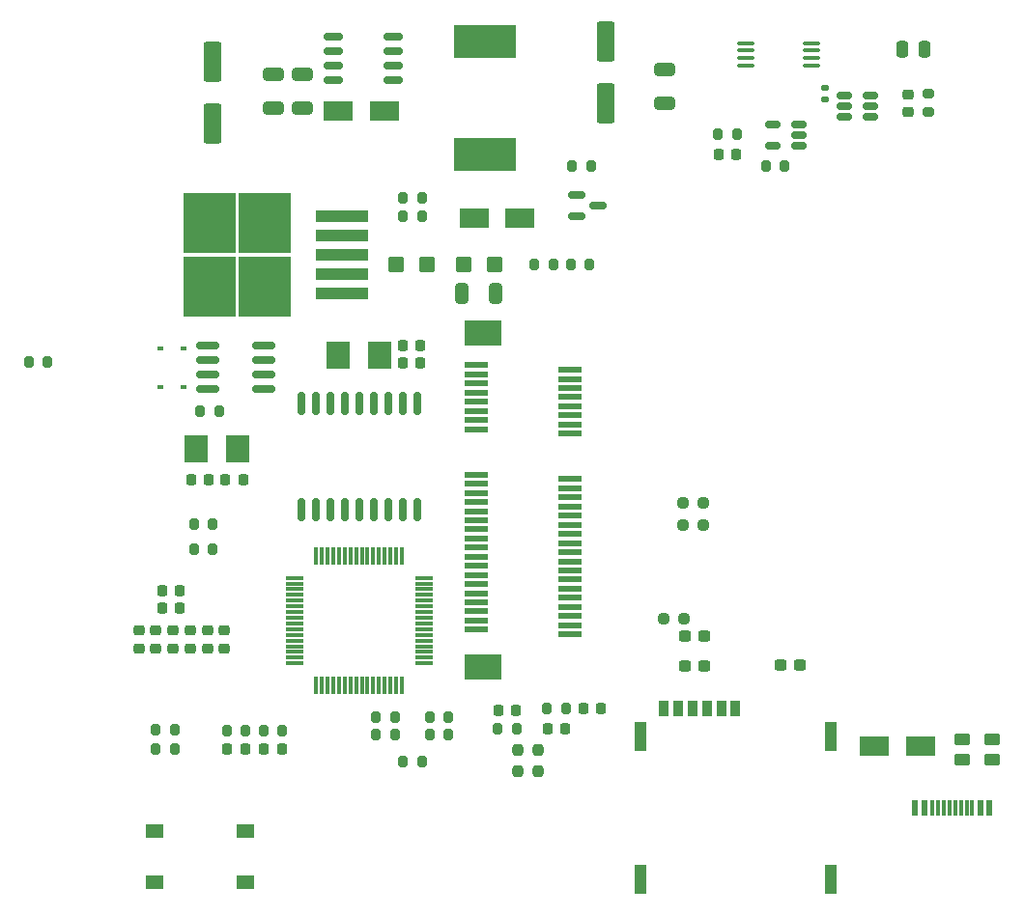
<source format=gbr>
%TF.GenerationSoftware,KiCad,Pcbnew,(6.0.6)*%
%TF.CreationDate,2022-09-23T20:04:06+09:00*%
%TF.ProjectId,LTE-base-H1,4c54452d-6261-4736-952d-48312e6b6963,rev?*%
%TF.SameCoordinates,Original*%
%TF.FileFunction,Paste,Top*%
%TF.FilePolarity,Positive*%
%FSLAX46Y46*%
G04 Gerber Fmt 4.6, Leading zero omitted, Abs format (unit mm)*
G04 Created by KiCad (PCBNEW (6.0.6)) date 2022-09-23 20:04:06*
%MOMM*%
%LPD*%
G01*
G04 APERTURE LIST*
G04 Aperture macros list*
%AMRoundRect*
0 Rectangle with rounded corners*
0 $1 Rounding radius*
0 $2 $3 $4 $5 $6 $7 $8 $9 X,Y pos of 4 corners*
0 Add a 4 corners polygon primitive as box body*
4,1,4,$2,$3,$4,$5,$6,$7,$8,$9,$2,$3,0*
0 Add four circle primitives for the rounded corners*
1,1,$1+$1,$2,$3*
1,1,$1+$1,$4,$5*
1,1,$1+$1,$6,$7*
1,1,$1+$1,$8,$9*
0 Add four rect primitives between the rounded corners*
20,1,$1+$1,$2,$3,$4,$5,0*
20,1,$1+$1,$4,$5,$6,$7,0*
20,1,$1+$1,$6,$7,$8,$9,0*
20,1,$1+$1,$8,$9,$2,$3,0*%
G04 Aperture macros list end*
%ADD10RoundRect,0.225000X0.225000X0.250000X-0.225000X0.250000X-0.225000X-0.250000X0.225000X-0.250000X0*%
%ADD11RoundRect,0.225000X-0.225000X-0.250000X0.225000X-0.250000X0.225000X0.250000X-0.225000X0.250000X0*%
%ADD12RoundRect,0.250000X0.550000X-1.500000X0.550000X1.500000X-0.550000X1.500000X-0.550000X-1.500000X0*%
%ADD13RoundRect,0.250000X-0.450000X-0.425000X0.450000X-0.425000X0.450000X0.425000X-0.450000X0.425000X0*%
%ADD14RoundRect,0.200000X-0.200000X-0.275000X0.200000X-0.275000X0.200000X0.275000X-0.200000X0.275000X0*%
%ADD15RoundRect,0.200000X0.200000X0.275000X-0.200000X0.275000X-0.200000X-0.275000X0.200000X-0.275000X0*%
%ADD16R,4.550000X5.250000*%
%ADD17R,4.600000X1.100000*%
%ADD18R,0.900000X1.350000*%
%ADD19R,1.100000X2.600000*%
%ADD20RoundRect,0.218750X0.218750X0.256250X-0.218750X0.256250X-0.218750X-0.256250X0.218750X-0.256250X0*%
%ADD21R,2.500000X1.800000*%
%ADD22R,0.600000X0.450000*%
%ADD23RoundRect,0.200000X0.275000X-0.200000X0.275000X0.200000X-0.275000X0.200000X-0.275000X-0.200000X0*%
%ADD24RoundRect,0.237500X-0.300000X-0.237500X0.300000X-0.237500X0.300000X0.237500X-0.300000X0.237500X0*%
%ADD25R,2.000000X2.400000*%
%ADD26RoundRect,0.237500X0.250000X0.237500X-0.250000X0.237500X-0.250000X-0.237500X0.250000X-0.237500X0*%
%ADD27RoundRect,0.150000X-0.587500X-0.150000X0.587500X-0.150000X0.587500X0.150000X-0.587500X0.150000X0*%
%ADD28RoundRect,0.250000X-0.450000X0.262500X-0.450000X-0.262500X0.450000X-0.262500X0.450000X0.262500X0*%
%ADD29RoundRect,0.250000X0.650000X-0.325000X0.650000X0.325000X-0.650000X0.325000X-0.650000X-0.325000X0*%
%ADD30RoundRect,0.225000X-0.250000X0.225000X-0.250000X-0.225000X0.250000X-0.225000X0.250000X0.225000X0*%
%ADD31R,5.400000X2.900000*%
%ADD32RoundRect,0.150000X-0.512500X-0.150000X0.512500X-0.150000X0.512500X0.150000X-0.512500X0.150000X0*%
%ADD33R,3.200000X2.300000*%
%ADD34R,2.000000X0.600000*%
%ADD35RoundRect,0.135000X0.185000X-0.135000X0.185000X0.135000X-0.185000X0.135000X-0.185000X-0.135000X0*%
%ADD36RoundRect,0.237500X-0.237500X0.250000X-0.237500X-0.250000X0.237500X-0.250000X0.237500X0.250000X0*%
%ADD37RoundRect,0.150000X-0.150000X0.875000X-0.150000X-0.875000X0.150000X-0.875000X0.150000X0.875000X0*%
%ADD38RoundRect,0.250000X-0.250000X-0.475000X0.250000X-0.475000X0.250000X0.475000X-0.250000X0.475000X0*%
%ADD39RoundRect,0.225000X0.250000X-0.225000X0.250000X0.225000X-0.250000X0.225000X-0.250000X-0.225000X0*%
%ADD40RoundRect,0.150000X-0.675000X-0.150000X0.675000X-0.150000X0.675000X0.150000X-0.675000X0.150000X0*%
%ADD41RoundRect,0.237500X-0.250000X-0.237500X0.250000X-0.237500X0.250000X0.237500X-0.250000X0.237500X0*%
%ADD42RoundRect,0.075000X0.075000X0.700000X-0.075000X0.700000X-0.075000X-0.700000X0.075000X-0.700000X0*%
%ADD43RoundRect,0.075000X0.700000X0.075000X-0.700000X0.075000X-0.700000X-0.075000X0.700000X-0.075000X0*%
%ADD44RoundRect,0.150000X0.825000X0.150000X-0.825000X0.150000X-0.825000X-0.150000X0.825000X-0.150000X0*%
%ADD45R,0.600000X1.450000*%
%ADD46R,0.300000X1.450000*%
%ADD47RoundRect,0.250000X-0.325000X-0.650000X0.325000X-0.650000X0.325000X0.650000X-0.325000X0.650000X0*%
%ADD48R,1.550000X1.300000*%
%ADD49RoundRect,0.150000X0.512500X0.150000X-0.512500X0.150000X-0.512500X-0.150000X0.512500X-0.150000X0*%
%ADD50RoundRect,0.100000X-0.637500X-0.100000X0.637500X-0.100000X0.637500X0.100000X-0.637500X0.100000X0*%
%ADD51RoundRect,0.237500X0.237500X-0.250000X0.237500X0.250000X-0.237500X0.250000X-0.237500X-0.250000X0*%
G04 APERTURE END LIST*
D10*
%TO.C,C15*%
X117575000Y-129000000D03*
X116025000Y-129000000D03*
%TD*%
D11*
%TO.C,C10*%
X137125000Y-107500000D03*
X138675000Y-107500000D03*
%TD*%
D12*
%TO.C,C7*%
X120500000Y-86525000D03*
X120500000Y-81125000D03*
%TD*%
D13*
%TO.C,C5*%
X136550000Y-98900000D03*
X139250000Y-98900000D03*
%TD*%
D14*
%TO.C,R5*%
X104375000Y-107400000D03*
X106025000Y-107400000D03*
%TD*%
D15*
%TO.C,R6*%
X147125000Y-139550000D03*
X145475000Y-139550000D03*
%TD*%
%TO.C,R8*%
X120500000Y-123800000D03*
X118850000Y-123800000D03*
%TD*%
D16*
%TO.C,U5*%
X125050000Y-100775000D03*
X125050000Y-95225000D03*
X120200000Y-100775000D03*
X120200000Y-95225000D03*
D17*
X131775000Y-101400000D03*
X131775000Y-99700000D03*
X131775000Y-98000000D03*
X131775000Y-96300000D03*
X131775000Y-94600000D03*
%TD*%
D18*
%TO.C,U6*%
X161270000Y-137800000D03*
X163780000Y-137800000D03*
X166300000Y-137800000D03*
X160000000Y-137800000D03*
X162520000Y-137800000D03*
X165040000Y-137800000D03*
D19*
X174650000Y-140250000D03*
X158000000Y-140250000D03*
X158000000Y-152799999D03*
X174650000Y-152800000D03*
%TD*%
D20*
%TO.C,D5*%
X123337500Y-141350000D03*
X121762500Y-141350000D03*
%TD*%
D21*
%TO.C,D3*%
X135500000Y-85425000D03*
X131500000Y-85425000D03*
%TD*%
D15*
%TO.C,R31*%
X120500000Y-121600000D03*
X118850000Y-121600000D03*
%TD*%
D21*
%TO.C,D10*%
X147400000Y-94800000D03*
X143400000Y-94800000D03*
%TD*%
D15*
%TO.C,R29*%
X153625000Y-90200000D03*
X151975000Y-90200000D03*
%TD*%
%TO.C,R3*%
X138825000Y-94600000D03*
X137175000Y-94600000D03*
%TD*%
%TO.C,R7*%
X126575000Y-139750000D03*
X124925000Y-139750000D03*
%TD*%
D11*
%TO.C,C6*%
X137125000Y-106000000D03*
X138675000Y-106000000D03*
%TD*%
D22*
%TO.C,D1*%
X117950000Y-109600000D03*
X115850000Y-109600000D03*
%TD*%
D20*
%TO.C,D2*%
X126537500Y-141350000D03*
X124962500Y-141350000D03*
%TD*%
D23*
%TO.C,R26*%
X183200000Y-83875000D03*
X183200000Y-85525000D03*
%TD*%
D24*
%TO.C,C21*%
X170237500Y-134000000D03*
X171962500Y-134000000D03*
%TD*%
D25*
%TO.C,Y2*%
X131450000Y-106800000D03*
X135150000Y-106800000D03*
%TD*%
D26*
%TO.C,R13*%
X163512500Y-121700000D03*
X161687500Y-121700000D03*
%TD*%
D14*
%TO.C,R4*%
X137175000Y-93000000D03*
X138825000Y-93000000D03*
%TD*%
D27*
%TO.C,Q1*%
X154237500Y-93700000D03*
X152362500Y-94650000D03*
X152362500Y-92750000D03*
%TD*%
D28*
%TO.C,R11*%
X188800000Y-140487500D03*
X188800000Y-142312500D03*
%TD*%
%TO.C,R10*%
X186200000Y-140487500D03*
X186200000Y-142312500D03*
%TD*%
D29*
%TO.C,C9*%
X128300000Y-85175000D03*
X128300000Y-82225000D03*
%TD*%
D15*
%TO.C,R1*%
X117125000Y-141400000D03*
X115475000Y-141400000D03*
%TD*%
D30*
%TO.C,C12*%
X115500000Y-130975000D03*
X115500000Y-132525000D03*
%TD*%
D31*
%TO.C,L2*%
X144300000Y-89175000D03*
X144300000Y-79275000D03*
%TD*%
D32*
%TO.C,U9*%
X175862500Y-84050000D03*
X175862500Y-85000000D03*
X175862500Y-85950000D03*
X178137500Y-85950000D03*
X178137500Y-85000000D03*
X178137500Y-84050000D03*
%TD*%
D33*
%TO.C,J1*%
X144200000Y-104850000D03*
X144200000Y-134150000D03*
D34*
X151800000Y-131300000D03*
X143600000Y-130900000D03*
X151800000Y-130500000D03*
X143600000Y-130100000D03*
X151800000Y-129700000D03*
X143600000Y-129300000D03*
X151800000Y-128900000D03*
X143600000Y-128500000D03*
X151800000Y-128100000D03*
X143600000Y-127700000D03*
X151800000Y-127300000D03*
X143600000Y-126900000D03*
X151800000Y-126500000D03*
X143600000Y-126100000D03*
X151800000Y-125700000D03*
X143600000Y-125300000D03*
X151800000Y-124900000D03*
X143600000Y-124500000D03*
X151800000Y-124100000D03*
X143600000Y-123700000D03*
X151800000Y-123300000D03*
X143600000Y-122900000D03*
X151800000Y-122500000D03*
X143600000Y-122100000D03*
X151800000Y-121700000D03*
X143600000Y-121300000D03*
X151800000Y-120900000D03*
X143600000Y-120500000D03*
X151800000Y-120100000D03*
X143600000Y-119700000D03*
X151800000Y-119300000D03*
X143600000Y-118900000D03*
X151800000Y-118500000D03*
X143600000Y-118100000D03*
X151800000Y-117700000D03*
X143600000Y-117300000D03*
X151800000Y-113700000D03*
X143600000Y-113300000D03*
X151800000Y-112900000D03*
X143600000Y-112500000D03*
X151800000Y-112100000D03*
X143600000Y-111700000D03*
X151800000Y-111300000D03*
X143600000Y-110900000D03*
X151800000Y-110500000D03*
X143600000Y-110100000D03*
X151800000Y-109700000D03*
X143600000Y-109300000D03*
X151800000Y-108900000D03*
X143600000Y-108500000D03*
X151800000Y-108100000D03*
X143600000Y-107700000D03*
%TD*%
D35*
%TO.C,R22*%
X174100000Y-83390000D03*
X174100000Y-84410000D03*
%TD*%
D11*
%TO.C,C2*%
X118600000Y-117750000D03*
X120150000Y-117750000D03*
%TD*%
D24*
%TO.C,C22*%
X163562500Y-131500000D03*
X161837500Y-131500000D03*
%TD*%
D30*
%TO.C,C17*%
X121500000Y-130975000D03*
X121500000Y-132525000D03*
%TD*%
D36*
%TO.C,R15*%
X147200000Y-141487500D03*
X147200000Y-143312500D03*
%TD*%
D30*
%TO.C,C19*%
X118500000Y-130975000D03*
X118500000Y-132525000D03*
%TD*%
D11*
%TO.C,C11*%
X145525000Y-138000000D03*
X147075000Y-138000000D03*
%TD*%
D15*
%TO.C,R9*%
X123375000Y-139750000D03*
X121725000Y-139750000D03*
%TD*%
D21*
%TO.C,D7*%
X178500000Y-141100000D03*
X182500000Y-141100000D03*
%TD*%
D30*
%TO.C,C14*%
X114000000Y-130975000D03*
X114000000Y-132525000D03*
%TD*%
D37*
%TO.C,U3*%
X138380000Y-111050000D03*
X137110000Y-111050000D03*
X135840000Y-111050000D03*
X134570000Y-111050000D03*
X133300000Y-111050000D03*
X132030000Y-111050000D03*
X130760000Y-111050000D03*
X129490000Y-111050000D03*
X128220000Y-111050000D03*
X128220000Y-120350000D03*
X129490000Y-120350000D03*
X130760000Y-120350000D03*
X132030000Y-120350000D03*
X133300000Y-120350000D03*
X134570000Y-120350000D03*
X135840000Y-120350000D03*
X137110000Y-120350000D03*
X138380000Y-120350000D03*
%TD*%
D25*
%TO.C,Y1*%
X122700000Y-115000000D03*
X119000000Y-115000000D03*
%TD*%
D14*
%TO.C,R25*%
X164775000Y-87400000D03*
X166425000Y-87400000D03*
%TD*%
D38*
%TO.C,C26*%
X180950000Y-80000000D03*
X182850000Y-80000000D03*
%TD*%
D39*
%TO.C,C25*%
X181400000Y-85475000D03*
X181400000Y-83925000D03*
%TD*%
D24*
%TO.C,C20*%
X161837500Y-134100000D03*
X163562500Y-134100000D03*
%TD*%
D15*
%TO.C,R2*%
X138825000Y-142500000D03*
X137175000Y-142500000D03*
%TD*%
D22*
%TO.C,D6*%
X117950000Y-106200000D03*
X115850000Y-106200000D03*
%TD*%
D20*
%TO.C,D9*%
X166387500Y-89200000D03*
X164812500Y-89200000D03*
%TD*%
D14*
%TO.C,R17*%
X149775000Y-137775000D03*
X151425000Y-137775000D03*
%TD*%
D40*
%TO.C,U1*%
X131075000Y-78920000D03*
X131075000Y-80190000D03*
X131075000Y-81460000D03*
X131075000Y-82730000D03*
X136325000Y-82730000D03*
X136325000Y-81460000D03*
X136325000Y-80190000D03*
X136325000Y-78920000D03*
%TD*%
D30*
%TO.C,C18*%
X120000000Y-130975000D03*
X120000000Y-132525000D03*
%TD*%
D41*
%TO.C,R14*%
X161687500Y-119800000D03*
X163512500Y-119800000D03*
%TD*%
D42*
%TO.C,U2*%
X137050000Y-135775000D03*
X136550000Y-135775000D03*
X136050000Y-135775000D03*
X135550000Y-135775000D03*
X135050000Y-135775000D03*
X134550000Y-135775000D03*
X134050000Y-135775000D03*
X133550000Y-135775000D03*
X133050000Y-135775000D03*
X132550000Y-135775000D03*
X132050000Y-135775000D03*
X131550000Y-135775000D03*
X131050000Y-135775000D03*
X130550000Y-135775000D03*
X130050000Y-135775000D03*
X129550000Y-135775000D03*
D43*
X127625000Y-133850000D03*
X127625000Y-133350000D03*
X127625000Y-132850000D03*
X127625000Y-132350000D03*
X127625000Y-131850000D03*
X127625000Y-131350000D03*
X127625000Y-130850000D03*
X127625000Y-130350000D03*
X127625000Y-129850000D03*
X127625000Y-129350000D03*
X127625000Y-128850000D03*
X127625000Y-128350000D03*
X127625000Y-127850000D03*
X127625000Y-127350000D03*
X127625000Y-126850000D03*
X127625000Y-126350000D03*
D42*
X129550000Y-124425000D03*
X130050000Y-124425000D03*
X130550000Y-124425000D03*
X131050000Y-124425000D03*
X131550000Y-124425000D03*
X132050000Y-124425000D03*
X132550000Y-124425000D03*
X133050000Y-124425000D03*
X133550000Y-124425000D03*
X134050000Y-124425000D03*
X134550000Y-124425000D03*
X135050000Y-124425000D03*
X135550000Y-124425000D03*
X136050000Y-124425000D03*
X136550000Y-124425000D03*
X137050000Y-124425000D03*
D43*
X138975000Y-126350000D03*
X138975000Y-126850000D03*
X138975000Y-127350000D03*
X138975000Y-127850000D03*
X138975000Y-128350000D03*
X138975000Y-128850000D03*
X138975000Y-129350000D03*
X138975000Y-129850000D03*
X138975000Y-130350000D03*
X138975000Y-130850000D03*
X138975000Y-131350000D03*
X138975000Y-131850000D03*
X138975000Y-132350000D03*
X138975000Y-132850000D03*
X138975000Y-133350000D03*
X138975000Y-133850000D03*
%TD*%
D11*
%TO.C,C1*%
X151375000Y-139575000D03*
X149825000Y-139575000D03*
%TD*%
D14*
%TO.C,R19*%
X134775000Y-140100000D03*
X136425000Y-140100000D03*
%TD*%
D13*
%TO.C,C4*%
X142450000Y-98900000D03*
X145150000Y-98900000D03*
%TD*%
D44*
%TO.C,U4*%
X124975000Y-109805000D03*
X124975000Y-108535000D03*
X124975000Y-107265000D03*
X124975000Y-105995000D03*
X120025000Y-105995000D03*
X120025000Y-107265000D03*
X120025000Y-108535000D03*
X120025000Y-109805000D03*
%TD*%
D45*
%TO.C,J5*%
X182045489Y-146550489D03*
X182845489Y-146550489D03*
D46*
X184045489Y-146550489D03*
X185045489Y-146550489D03*
X185545489Y-146550489D03*
X186545489Y-146550489D03*
D45*
X187745489Y-146550489D03*
X188545489Y-146550489D03*
X188545489Y-146550489D03*
X187745489Y-146550489D03*
D46*
X187045489Y-146550489D03*
X186045489Y-146550489D03*
X184545489Y-146550489D03*
X183545489Y-146550489D03*
D45*
X182845489Y-146550489D03*
X182045489Y-146550489D03*
%TD*%
D12*
%TO.C,C24*%
X154900000Y-84725000D03*
X154900000Y-79325000D03*
%TD*%
D10*
%TO.C,C3*%
X123150000Y-117750000D03*
X121600000Y-117750000D03*
%TD*%
D47*
%TO.C,C27*%
X142325000Y-101400000D03*
X145275000Y-101400000D03*
%TD*%
D30*
%TO.C,C16*%
X117000000Y-130975000D03*
X117000000Y-132525000D03*
%TD*%
D14*
%TO.C,R18*%
X134775000Y-138600000D03*
X136425000Y-138600000D03*
%TD*%
D10*
%TO.C,C13*%
X117575000Y-127500000D03*
X116025000Y-127500000D03*
%TD*%
D15*
%TO.C,R30*%
X121025000Y-111700000D03*
X119375000Y-111700000D03*
%TD*%
D14*
%TO.C,R27*%
X148675000Y-98900000D03*
X150325000Y-98900000D03*
%TD*%
D48*
%TO.C,SW3*%
X115420000Y-148550000D03*
X123380000Y-148550000D03*
X115420000Y-153050000D03*
X123380000Y-153050000D03*
%TD*%
D49*
%TO.C,U10*%
X169562500Y-88450000D03*
X169562500Y-86550000D03*
X171837500Y-86550000D03*
X171837500Y-87500000D03*
X171837500Y-88450000D03*
%TD*%
D29*
%TO.C,C23*%
X160100000Y-84700000D03*
X160100000Y-81750000D03*
%TD*%
D20*
%TO.C,D8*%
X154537500Y-137775000D03*
X152962500Y-137775000D03*
%TD*%
D50*
%TO.C,U8*%
X167237500Y-79450000D03*
X167237500Y-80100000D03*
X167237500Y-80750000D03*
X167237500Y-81400000D03*
X172962500Y-81400000D03*
X172962500Y-80750000D03*
X172962500Y-80100000D03*
X172962500Y-79450000D03*
%TD*%
D41*
%TO.C,R12*%
X161812500Y-129900000D03*
X159987500Y-129900000D03*
%TD*%
D14*
%TO.C,R20*%
X139475000Y-138600000D03*
X141125000Y-138600000D03*
%TD*%
D15*
%TO.C,R24*%
X117125000Y-139700000D03*
X115475000Y-139700000D03*
%TD*%
D29*
%TO.C,C8*%
X125800000Y-85175000D03*
X125800000Y-82225000D03*
%TD*%
D14*
%TO.C,R28*%
X151875000Y-98900000D03*
X153525000Y-98900000D03*
%TD*%
%TO.C,R23*%
X168975000Y-90200000D03*
X170625000Y-90200000D03*
%TD*%
D51*
%TO.C,R16*%
X149000000Y-143312500D03*
X149000000Y-141487500D03*
%TD*%
D14*
%TO.C,R21*%
X139475000Y-140100000D03*
X141125000Y-140100000D03*
%TD*%
M02*

</source>
